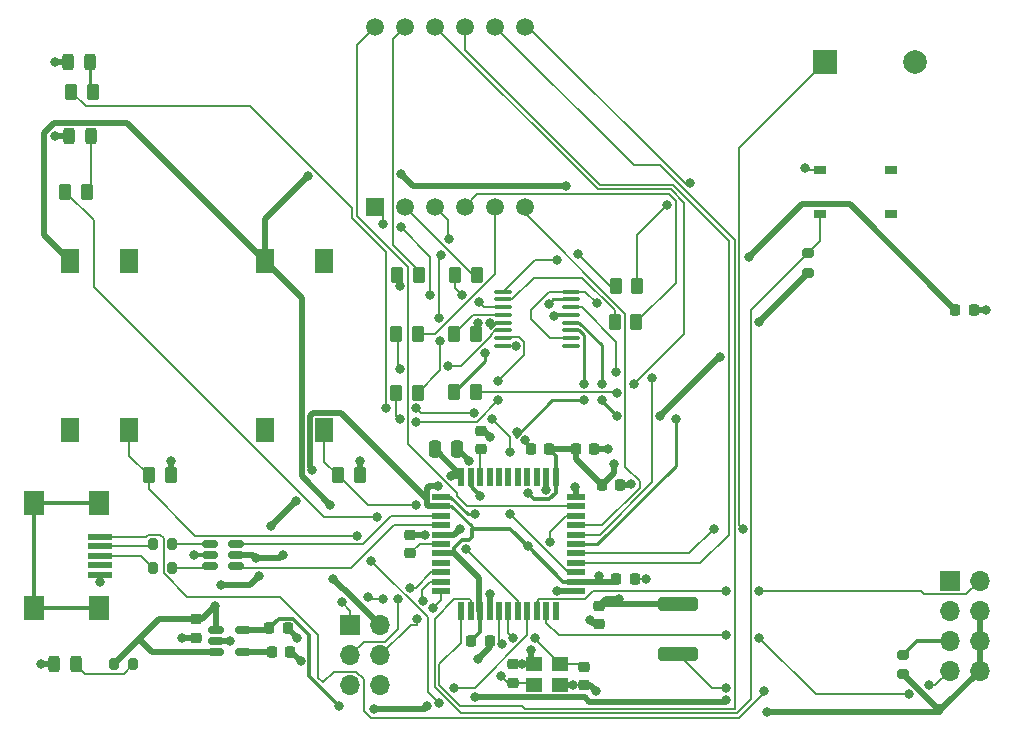
<source format=gbr>
%TF.GenerationSoftware,KiCad,Pcbnew,(7.0.0)*%
%TF.CreationDate,2023-04-24T10:23:05-06:00*%
%TF.ProjectId,Phase_B_Prototype,50686173-655f-4425-9f50-726f746f7479,rev?*%
%TF.SameCoordinates,Original*%
%TF.FileFunction,Copper,L1,Top*%
%TF.FilePolarity,Positive*%
%FSLAX46Y46*%
G04 Gerber Fmt 4.6, Leading zero omitted, Abs format (unit mm)*
G04 Created by KiCad (PCBNEW (7.0.0)) date 2023-04-24 10:23:05*
%MOMM*%
%LPD*%
G01*
G04 APERTURE LIST*
G04 Aperture macros list*
%AMRoundRect*
0 Rectangle with rounded corners*
0 $1 Rounding radius*
0 $2 $3 $4 $5 $6 $7 $8 $9 X,Y pos of 4 corners*
0 Add a 4 corners polygon primitive as box body*
4,1,4,$2,$3,$4,$5,$6,$7,$8,$9,$2,$3,0*
0 Add four circle primitives for the rounded corners*
1,1,$1+$1,$2,$3*
1,1,$1+$1,$4,$5*
1,1,$1+$1,$6,$7*
1,1,$1+$1,$8,$9*
0 Add four rect primitives between the rounded corners*
20,1,$1+$1,$2,$3,$4,$5,0*
20,1,$1+$1,$4,$5,$6,$7,0*
20,1,$1+$1,$6,$7,$8,$9,0*
20,1,$1+$1,$8,$9,$2,$3,0*%
G04 Aperture macros list end*
%TA.AperFunction,SMDPad,CuDef*%
%ADD10RoundRect,0.250000X-0.250000X-0.475000X0.250000X-0.475000X0.250000X0.475000X-0.250000X0.475000X0*%
%TD*%
%TA.AperFunction,SMDPad,CuDef*%
%ADD11RoundRect,0.243750X-0.243750X-0.456250X0.243750X-0.456250X0.243750X0.456250X-0.243750X0.456250X0*%
%TD*%
%TA.AperFunction,SMDPad,CuDef*%
%ADD12RoundRect,0.225000X-0.225000X-0.250000X0.225000X-0.250000X0.225000X0.250000X-0.225000X0.250000X0*%
%TD*%
%TA.AperFunction,SMDPad,CuDef*%
%ADD13RoundRect,0.250000X-0.262500X-0.450000X0.262500X-0.450000X0.262500X0.450000X-0.262500X0.450000X0*%
%TD*%
%TA.AperFunction,SMDPad,CuDef*%
%ADD14RoundRect,0.200000X-0.200000X-0.275000X0.200000X-0.275000X0.200000X0.275000X-0.200000X0.275000X0*%
%TD*%
%TA.AperFunction,SMDPad,CuDef*%
%ADD15R,1.400000X1.200000*%
%TD*%
%TA.AperFunction,SMDPad,CuDef*%
%ADD16RoundRect,0.250000X1.450000X-0.312500X1.450000X0.312500X-1.450000X0.312500X-1.450000X-0.312500X0*%
%TD*%
%TA.AperFunction,SMDPad,CuDef*%
%ADD17R,1.000000X0.700000*%
%TD*%
%TA.AperFunction,SMDPad,CuDef*%
%ADD18RoundRect,0.225000X0.250000X-0.225000X0.250000X0.225000X-0.250000X0.225000X-0.250000X-0.225000X0*%
%TD*%
%TA.AperFunction,SMDPad,CuDef*%
%ADD19RoundRect,0.150000X-0.512500X-0.150000X0.512500X-0.150000X0.512500X0.150000X-0.512500X0.150000X0*%
%TD*%
%TA.AperFunction,ComponentPad*%
%ADD20R,1.500000X1.500000*%
%TD*%
%TA.AperFunction,ComponentPad*%
%ADD21C,1.500000*%
%TD*%
%TA.AperFunction,SMDPad,CuDef*%
%ADD22RoundRect,0.225000X0.225000X0.250000X-0.225000X0.250000X-0.225000X-0.250000X0.225000X-0.250000X0*%
%TD*%
%TA.AperFunction,SMDPad,CuDef*%
%ADD23RoundRect,0.225000X-0.250000X0.225000X-0.250000X-0.225000X0.250000X-0.225000X0.250000X0.225000X0*%
%TD*%
%TA.AperFunction,SMDPad,CuDef*%
%ADD24RoundRect,0.200000X0.275000X-0.200000X0.275000X0.200000X-0.275000X0.200000X-0.275000X-0.200000X0*%
%TD*%
%TA.AperFunction,SMDPad,CuDef*%
%ADD25R,1.500000X0.550000*%
%TD*%
%TA.AperFunction,SMDPad,CuDef*%
%ADD26R,0.550000X1.500000*%
%TD*%
%TA.AperFunction,SMDPad,CuDef*%
%ADD27R,1.500000X2.000000*%
%TD*%
%TA.AperFunction,SMDPad,CuDef*%
%ADD28R,2.000000X0.500000*%
%TD*%
%TA.AperFunction,SMDPad,CuDef*%
%ADD29R,1.700000X2.000000*%
%TD*%
%TA.AperFunction,ComponentPad*%
%ADD30R,2.000000X2.000000*%
%TD*%
%TA.AperFunction,ComponentPad*%
%ADD31C,2.000000*%
%TD*%
%TA.AperFunction,SMDPad,CuDef*%
%ADD32RoundRect,0.100000X-0.637500X-0.100000X0.637500X-0.100000X0.637500X0.100000X-0.637500X0.100000X0*%
%TD*%
%TA.AperFunction,ComponentPad*%
%ADD33R,1.700000X1.700000*%
%TD*%
%TA.AperFunction,ComponentPad*%
%ADD34O,1.700000X1.700000*%
%TD*%
%TA.AperFunction,ViaPad*%
%ADD35C,0.800000*%
%TD*%
%TA.AperFunction,Conductor*%
%ADD36C,0.203200*%
%TD*%
%TA.AperFunction,Conductor*%
%ADD37C,0.508000*%
%TD*%
%TA.AperFunction,Conductor*%
%ADD38C,0.254000*%
%TD*%
%TA.AperFunction,Conductor*%
%ADD39C,0.304800*%
%TD*%
%TA.AperFunction,Conductor*%
%ADD40C,0.200000*%
%TD*%
G04 APERTURE END LIST*
D10*
%TO.P,C8,1*%
%TO.N,+5V*%
X217350000Y-103800000D03*
%TO.P,C8,2*%
%TO.N,GND*%
X219250000Y-103800000D03*
%TD*%
D11*
%TO.P,RED1,1,K*%
%TO.N,GND*%
X186375000Y-77300000D03*
%TO.P,RED1,2,A*%
%TO.N,Net-(RED1-A)*%
X188250000Y-77300000D03*
%TD*%
D12*
%TO.P,C6,1*%
%TO.N,+5V*%
X220450000Y-120000000D03*
%TO.P,C6,2*%
%TO.N,GND*%
X222000000Y-120000000D03*
%TD*%
D13*
%TO.P,R9,1*%
%TO.N,e*%
X219000000Y-94000000D03*
%TO.P,R9,2*%
%TO.N,Net-(U1-e)*%
X220825000Y-94000000D03*
%TD*%
D14*
%TO.P,R15,1*%
%TO.N,Net-(J1-D-)*%
X193475000Y-111800000D03*
%TO.P,R15,2*%
%TO.N,USB_CON_D-*%
X195125000Y-111800000D03*
%TD*%
D15*
%TO.P,Y1,1,1*%
%TO.N,XTAL1*%
X227999999Y-121999999D03*
%TO.P,Y1,2,2*%
%TO.N,GND*%
X225799999Y-121999999D03*
%TO.P,Y1,3,3*%
%TO.N,XTAL2*%
X225799999Y-123699999D03*
%TO.P,Y1,4,4*%
%TO.N,GND*%
X227999999Y-123699999D03*
%TD*%
D16*
%TO.P,F1,1*%
%TO.N,Net-(J1-VBUS)*%
X238000000Y-121137500D03*
%TO.P,F1,2*%
%TO.N,+5V*%
X238000000Y-116862500D03*
%TD*%
D13*
%TO.P,R4,1*%
%TO.N,GREEN_LED*%
X186587500Y-73500000D03*
%TO.P,R4,2*%
%TO.N,Net-(GREEN1-A)*%
X188412500Y-73500000D03*
%TD*%
D17*
%TO.P,S3,1*%
%TO.N,GND*%
X249999999Y-80149999D03*
%TO.P,S3,2*%
%TO.N,N/C*%
X255999999Y-80149999D03*
%TO.P,S3,3*%
%TO.N,RESET*%
X249999999Y-83849999D03*
%TO.P,S3,4*%
%TO.N,N/C*%
X255999999Y-83849999D03*
%TD*%
D18*
%TO.P,C9,1*%
%TO.N,/UCAP*%
X215300000Y-112575000D03*
%TO.P,C9,2*%
%TO.N,GND*%
X215300000Y-111025000D03*
%TD*%
D19*
%TO.P,U4,1,I/O1*%
%TO.N,USB_CON_D-*%
X198300000Y-111800000D03*
%TO.P,U4,2,GND*%
%TO.N,GND*%
X198300000Y-112750000D03*
%TO.P,U4,3,I/O2*%
%TO.N,USB_CON_D+*%
X198300000Y-113700000D03*
%TO.P,U4,4,I/O2*%
%TO.N,USB_D+*%
X200575000Y-113700000D03*
%TO.P,U4,5,VBUS*%
%TO.N,+5V*%
X200575000Y-112750000D03*
%TO.P,U4,6,I/O1*%
%TO.N,USB_D-*%
X200575000Y-111800000D03*
%TD*%
D13*
%TO.P,R1,1*%
%TO.N,Button_2*%
X209175000Y-106000000D03*
%TO.P,R1,2*%
%TO.N,GND*%
X211000000Y-106000000D03*
%TD*%
D18*
%TO.P,C12,1*%
%TO.N,/AREF*%
X221300000Y-103800000D03*
%TO.P,C12,2*%
%TO.N,GND*%
X221300000Y-102250000D03*
%TD*%
D20*
%TO.P,U1,1,e*%
%TO.N,Net-(U1-e)*%
X212299999Y-83239999D03*
D21*
%TO.P,U1,2,d*%
%TO.N,Net-(U1-d)*%
X214840000Y-83240000D03*
%TO.P,U1,3,DPX*%
%TO.N,Net-(U1-DPX)*%
X217380000Y-83240000D03*
%TO.P,U1,4,c*%
%TO.N,Net-(U1-c)*%
X219920000Y-83240000D03*
%TO.P,U1,5,g*%
%TO.N,Net-(U1-g)*%
X222460000Y-83240000D03*
%TO.P,U1,6,CA4*%
%TO.N,D4*%
X225000000Y-83240000D03*
%TO.P,U1,7,b*%
%TO.N,Net-(U1-b)*%
X225000000Y-68000000D03*
%TO.P,U1,8,CA3*%
%TO.N,D3*%
X222460000Y-68000000D03*
%TO.P,U1,9,CA2*%
%TO.N,D2*%
X219920000Y-68000000D03*
%TO.P,U1,10,f*%
%TO.N,Net-(U1-f)*%
X217380000Y-68000000D03*
%TO.P,U1,11,a*%
%TO.N,Net-(U1-a)*%
X214840000Y-68000000D03*
%TO.P,U1,12,CA1*%
%TO.N,D1*%
X212300000Y-68000000D03*
%TD*%
D12*
%TO.P,C4,1*%
%TO.N,+5V*%
X231525000Y-106800000D03*
%TO.P,C4,2*%
%TO.N,GND*%
X233075000Y-106800000D03*
%TD*%
D13*
%TO.P,R8,1*%
%TO.N,d*%
X219087500Y-89000000D03*
%TO.P,R8,2*%
%TO.N,Net-(U1-d)*%
X220912500Y-89000000D03*
%TD*%
D12*
%TO.P,C14,1*%
%TO.N,+3.3V*%
X203362500Y-118950000D03*
%TO.P,C14,2*%
%TO.N,GND*%
X204912500Y-118950000D03*
%TD*%
D22*
%TO.P,C7,1*%
%TO.N,+5V*%
X227075000Y-103800000D03*
%TO.P,C7,2*%
%TO.N,GND*%
X225525000Y-103800000D03*
%TD*%
D12*
%TO.P,C1,1*%
%TO.N,VDC*%
X261450000Y-92000000D03*
%TO.P,C1,2*%
%TO.N,GND*%
X263000000Y-92000000D03*
%TD*%
D23*
%TO.P,C10,1*%
%TO.N,+5V*%
X231300000Y-117025000D03*
%TO.P,C10,2*%
%TO.N,GND*%
X231300000Y-118575000D03*
%TD*%
D13*
%TO.P,R6,1*%
%TO.N,b*%
X232677500Y-90000000D03*
%TO.P,R6,2*%
%TO.N,Net-(U1-b)*%
X234502500Y-90000000D03*
%TD*%
%TO.P,R11,1*%
%TO.N,g*%
X214087500Y-94000000D03*
%TO.P,R11,2*%
%TO.N,Net-(U1-g)*%
X215912500Y-94000000D03*
%TD*%
D23*
%TO.P,C2,1*%
%TO.N,XTAL1*%
X230000000Y-122225000D03*
%TO.P,C2,2*%
%TO.N,GND*%
X230000000Y-123775000D03*
%TD*%
D14*
%TO.P,R14,1*%
%TO.N,Net-(J1-D+)*%
X193475000Y-113800000D03*
%TO.P,R14,2*%
%TO.N,USB_CON_D+*%
X195125000Y-113800000D03*
%TD*%
D24*
%TO.P,R17,1*%
%TO.N,+3.3V*%
X257000000Y-122825000D03*
%TO.P,R17,2*%
%TO.N,Net-(J3-Pin_5)*%
X257000000Y-121175000D03*
%TD*%
D25*
%TO.P,U3,1,PE6*%
%TO.N,SH_CP*%
X217899999Y-107799999D03*
%TO.P,U3,2,UVCC*%
%TO.N,+5V*%
X217899999Y-108599999D03*
%TO.P,U3,3,D-*%
%TO.N,USB_D-*%
X217899999Y-109399999D03*
%TO.P,U3,4,D+*%
%TO.N,USB_D+*%
X217899999Y-110199999D03*
%TO.P,U3,5,UGND*%
%TO.N,GND*%
X217899999Y-110999999D03*
%TO.P,U3,6,UCAP*%
%TO.N,/UCAP*%
X217899999Y-111799999D03*
%TO.P,U3,7,VBUS*%
%TO.N,+5V*%
X217899999Y-112599999D03*
%TO.P,U3,8,PB0*%
%TO.N,unconnected-(U3-PB0-Pad8)*%
X217899999Y-113399999D03*
%TO.P,U3,9,PB1*%
%TO.N,SCK*%
X217899999Y-114199999D03*
%TO.P,U3,10,PB2*%
%TO.N,MISO*%
X217899999Y-114999999D03*
%TO.P,U3,11,PB3*%
%TO.N,MOSI*%
X217899999Y-115799999D03*
D26*
%TO.P,U3,12,PB7*%
%TO.N,D3*%
X219599999Y-117499999D03*
%TO.P,U3,13,~{RESET}*%
%TO.N,RESET*%
X220399999Y-117499999D03*
%TO.P,U3,14,VCC*%
%TO.N,+5V*%
X221199999Y-117499999D03*
%TO.P,U3,15,GND*%
%TO.N,GND*%
X221999999Y-117499999D03*
%TO.P,U3,16,XTAL2*%
%TO.N,XTAL2*%
X222799999Y-117499999D03*
%TO.P,U3,17,XTAL1*%
%TO.N,XTAL1*%
X223599999Y-117499999D03*
%TO.P,U3,18,PD0*%
%TO.N,Button_2*%
X224399999Y-117499999D03*
%TO.P,U3,19,PD1*%
%TO.N,Button_1*%
X225199999Y-117499999D03*
%TO.P,U3,20,PD2*%
%TO.N,TX*%
X225999999Y-117499999D03*
%TO.P,U3,21,PD3*%
%TO.N,RX*%
X226799999Y-117499999D03*
%TO.P,U3,22,PD5*%
%TO.N,unconnected-(U3-PD5-Pad22)*%
X227599999Y-117499999D03*
D25*
%TO.P,U3,23,GND*%
%TO.N,GND*%
X229299999Y-115799999D03*
%TO.P,U3,24,AVCC*%
%TO.N,+5V*%
X229299999Y-114999999D03*
%TO.P,U3,25,PD4*%
%TO.N,GREEN_LED*%
X229299999Y-114199999D03*
%TO.P,U3,26,PD6*%
%TO.N,D2*%
X229299999Y-113399999D03*
%TO.P,U3,27,PD7*%
%TO.N,Alarm*%
X229299999Y-112599999D03*
%TO.P,U3,28,PB4*%
%TO.N,ST_CP*%
X229299999Y-111799999D03*
%TO.P,U3,29,PB5*%
%TO.N,DS*%
X229299999Y-110999999D03*
%TO.P,U3,30,PB6*%
%TO.N,D4*%
X229299999Y-110199999D03*
%TO.P,U3,31,PC6*%
%TO.N,RED_LED*%
X229299999Y-109399999D03*
%TO.P,U3,32,PC7*%
%TO.N,D1*%
X229299999Y-108599999D03*
%TO.P,U3,33,~{HWB}/PE2*%
%TO.N,GND*%
X229299999Y-107799999D03*
D26*
%TO.P,U3,34,VCC*%
%TO.N,+5V*%
X227599999Y-106099999D03*
%TO.P,U3,35,GND*%
%TO.N,GND*%
X226799999Y-106099999D03*
%TO.P,U3,36,PF7*%
%TO.N,unconnected-(U3-PF7-Pad36)*%
X225999999Y-106099999D03*
%TO.P,U3,37,PF6*%
%TO.N,unconnected-(U3-PF6-Pad37)*%
X225199999Y-106099999D03*
%TO.P,U3,38,PF5*%
%TO.N,unconnected-(U3-PF5-Pad38)*%
X224399999Y-106099999D03*
%TO.P,U3,39,PF4*%
%TO.N,unconnected-(U3-PF4-Pad39)*%
X223599999Y-106099999D03*
%TO.P,U3,40,PF1*%
%TO.N,unconnected-(U3-PF1-Pad40)*%
X222799999Y-106099999D03*
%TO.P,U3,41,PF0*%
%TO.N,unconnected-(U3-PF0-Pad41)*%
X221999999Y-106099999D03*
%TO.P,U3,42,AREF*%
%TO.N,/AREF*%
X221199999Y-106099999D03*
%TO.P,U3,43,GND*%
%TO.N,GND*%
X220399999Y-106099999D03*
%TO.P,U3,44,AVCC*%
%TO.N,+5V*%
X219599999Y-106099999D03*
%TD*%
D13*
%TO.P,R10,1*%
%TO.N,f*%
X219000000Y-98950000D03*
%TO.P,R10,2*%
%TO.N,Net-(U1-f)*%
X220825000Y-98950000D03*
%TD*%
%TO.P,R12,1*%
%TO.N,dp*%
X214087500Y-99000000D03*
%TO.P,R12,2*%
%TO.N,Net-(U1-DPX)*%
X215912500Y-99000000D03*
%TD*%
D11*
%TO.P,RED2,1,K*%
%TO.N,GND*%
X185125000Y-122000000D03*
%TO.P,RED2,2,A*%
%TO.N,Net-(RED2-A)*%
X187000000Y-122000000D03*
%TD*%
D13*
%TO.P,R5,1*%
%TO.N,a*%
X214175000Y-89000000D03*
%TO.P,R5,2*%
%TO.N,Net-(U1-a)*%
X216000000Y-89000000D03*
%TD*%
D23*
%TO.P,C13,1*%
%TO.N,+5V*%
X197137500Y-118175000D03*
%TO.P,C13,2*%
%TO.N,GND*%
X197137500Y-119725000D03*
%TD*%
D14*
%TO.P,R16,1*%
%TO.N,+5V*%
X190175000Y-122000000D03*
%TO.P,R16,2*%
%TO.N,Net-(RED2-A)*%
X191825000Y-122000000D03*
%TD*%
D12*
%TO.P,C11,1*%
%TO.N,+5V*%
X232750000Y-114800000D03*
%TO.P,C11,2*%
%TO.N,GND*%
X234300000Y-114800000D03*
%TD*%
D13*
%TO.P,R7,1*%
%TO.N,c*%
X232590000Y-93000000D03*
%TO.P,R7,2*%
%TO.N,Net-(U1-c)*%
X234415000Y-93000000D03*
%TD*%
D27*
%TO.P,S2,A1,NO_1*%
%TO.N,unconnected-(S2-NO_1-PadA1)*%
X207999999Y-87849999D03*
%TO.P,S2,B1,NO_2*%
%TO.N,Button_2*%
X207999999Y-102149999D03*
%TO.P,S2,C1,COM_1*%
%TO.N,VDC*%
X202999999Y-87849999D03*
%TO.P,S2,D1,COM_2*%
%TO.N,unconnected-(S2-COM_2-PadD1)*%
X202999999Y-102149999D03*
%TD*%
D13*
%TO.P,R2,1*%
%TO.N,Button_1*%
X193175000Y-106000000D03*
%TO.P,R2,2*%
%TO.N,GND*%
X195000000Y-106000000D03*
%TD*%
D18*
%TO.P,C3,1*%
%TO.N,XTAL2*%
X224000000Y-123550000D03*
%TO.P,C3,2*%
%TO.N,GND*%
X224000000Y-122000000D03*
%TD*%
D11*
%TO.P,GREEN1,1,K*%
%TO.N,GND*%
X186312500Y-71000000D03*
%TO.P,GREEN1,2,A*%
%TO.N,Net-(GREEN1-A)*%
X188187500Y-71000000D03*
%TD*%
D19*
%TO.P,U5,1,VIN*%
%TO.N,+5V*%
X198862500Y-119050000D03*
%TO.P,U5,2,GND*%
%TO.N,GND*%
X198862500Y-120000000D03*
%TO.P,U5,3,ON/~{OFF}*%
%TO.N,+5V*%
X198862500Y-120950000D03*
%TO.P,U5,4,BP*%
%TO.N,Net-(U5-BP)*%
X201137500Y-120950000D03*
%TO.P,U5,5,VOUT*%
%TO.N,+3.3V*%
X201137500Y-119050000D03*
%TD*%
D12*
%TO.P,C15,1*%
%TO.N,Net-(U5-BP)*%
X203587500Y-120950000D03*
%TO.P,C15,2*%
%TO.N,GND*%
X205137500Y-120950000D03*
%TD*%
D28*
%TO.P,J1,1,VBUS*%
%TO.N,Net-(J1-VBUS)*%
X188999999Y-111199999D03*
%TO.P,J1,2,D-*%
%TO.N,Net-(J1-D-)*%
X188999999Y-111999999D03*
%TO.P,J1,3,D+*%
%TO.N,Net-(J1-D+)*%
X188999999Y-112799999D03*
%TO.P,J1,4,ID*%
%TO.N,unconnected-(J1-ID-Pad4)*%
X188999999Y-113599999D03*
%TO.P,J1,5,GND*%
%TO.N,GND*%
X188999999Y-114399999D03*
D29*
%TO.P,J1,6,Shield*%
%TO.N,unconnected-(J1-Shield-Pad6)*%
X188899999Y-108349999D03*
X183449999Y-108349999D03*
X188899999Y-117249999D03*
X183449999Y-117249999D03*
%TD*%
D13*
%TO.P,R3,1*%
%TO.N,RED_LED*%
X186087500Y-82000000D03*
%TO.P,R3,2*%
%TO.N,Net-(RED1-A)*%
X187912500Y-82000000D03*
%TD*%
D24*
%TO.P,R13,1*%
%TO.N,+5V*%
X249000000Y-88825000D03*
%TO.P,R13,2*%
%TO.N,RESET*%
X249000000Y-87175000D03*
%TD*%
D30*
%TO.P,LS1,1,1*%
%TO.N,Alarm*%
X250399999Y-70999999D03*
D31*
%TO.P,LS1,2,2*%
%TO.N,GND*%
X258000000Y-71000000D03*
%TD*%
D12*
%TO.P,C5,1*%
%TO.N,+5V*%
X229300000Y-103800000D03*
%TO.P,C5,2*%
%TO.N,GND*%
X230850000Y-103800000D03*
%TD*%
D27*
%TO.P,S1,A1,NO_1*%
%TO.N,unconnected-(S1-NO_1-PadA1)*%
X191499999Y-87849999D03*
%TO.P,S1,B1,NO_2*%
%TO.N,Button_1*%
X191499999Y-102149999D03*
%TO.P,S1,C1,COM_1*%
%TO.N,VDC*%
X186499999Y-87849999D03*
%TO.P,S1,D1,COM_2*%
%TO.N,unconnected-(S1-COM_2-PadD1)*%
X186499999Y-102149999D03*
%TD*%
D32*
%TO.P,U2,1,QB*%
%TO.N,b*%
X223137500Y-90450000D03*
%TO.P,U2,2,QC*%
%TO.N,c*%
X223137500Y-91100000D03*
%TO.P,U2,3,QD*%
%TO.N,d*%
X223137500Y-91750000D03*
%TO.P,U2,4,QE*%
%TO.N,e*%
X223137500Y-92400000D03*
%TO.P,U2,5,QF*%
%TO.N,f*%
X223137500Y-93050000D03*
%TO.P,U2,6,QG*%
%TO.N,g*%
X223137500Y-93700000D03*
%TO.P,U2,7,QH*%
%TO.N,dp*%
X223137500Y-94350000D03*
%TO.P,U2,8,GND*%
%TO.N,GND*%
X223137500Y-95000000D03*
%TO.P,U2,9,QH'*%
%TO.N,unconnected-(U2-QH'-Pad9)*%
X228862500Y-95000000D03*
%TO.P,U2,10,~{SRCLR}*%
%TO.N,VDC*%
X228862500Y-94350000D03*
%TO.P,U2,11,SRCLK*%
%TO.N,SH_CP*%
X228862500Y-93700000D03*
%TO.P,U2,12,RCLK*%
%TO.N,ST_CP*%
X228862500Y-93050000D03*
%TO.P,U2,13,~{OE}*%
%TO.N,GND*%
X228862500Y-92400000D03*
%TO.P,U2,14,SER*%
%TO.N,DS*%
X228862500Y-91750000D03*
%TO.P,U2,15,QA*%
%TO.N,a*%
X228862500Y-91100000D03*
%TO.P,U2,16,VCC*%
%TO.N,VDC*%
X228862500Y-90450000D03*
%TD*%
D33*
%TO.P,J3,1,Pin_1*%
%TO.N,GND*%
X260959999Y-114919999D03*
D34*
%TO.P,J3,2,Pin_2*%
%TO.N,TX*%
X263499999Y-114919999D03*
%TO.P,J3,3,Pin_3*%
%TO.N,unconnected-(J3-Pin_3-Pad3)*%
X260959999Y-117459999D03*
%TO.P,J3,4,Pin_4*%
%TO.N,+3.3V*%
X263499999Y-117459999D03*
%TO.P,J3,5,Pin_5*%
%TO.N,Net-(J3-Pin_5)*%
X260959999Y-119999999D03*
%TO.P,J3,6,Pin_6*%
%TO.N,+3.3V*%
X263499999Y-119999999D03*
%TO.P,J3,7,Pin_7*%
%TO.N,RX*%
X260959999Y-122539999D03*
%TO.P,J3,8,Pin_8*%
%TO.N,+3.3V*%
X263499999Y-122539999D03*
%TD*%
D33*
%TO.P,J2,1,MISO*%
%TO.N,MISO*%
X210209999Y-118669999D03*
D34*
%TO.P,J2,2,VCC*%
%TO.N,VDC*%
X212749999Y-118669999D03*
%TO.P,J2,3,SCK*%
%TO.N,SCK*%
X210209999Y-121209999D03*
%TO.P,J2,4,MOSI*%
%TO.N,MOSI*%
X212749999Y-121209999D03*
%TO.P,J2,5,~{RST}*%
%TO.N,RST*%
X210209999Y-123749999D03*
%TO.P,J2,6,GND*%
%TO.N,GND*%
X212749999Y-123749999D03*
%TD*%
D35*
%TO.N,Button_2*%
X220000000Y-112250000D03*
X215750000Y-108500000D03*
%TO.N,VDC*%
X231061602Y-91438398D03*
X228500000Y-81487300D03*
X231061602Y-91438398D03*
X214500000Y-80500000D03*
X244000000Y-87500000D03*
X208500000Y-108500000D03*
X206629247Y-80620753D03*
X208750000Y-114750000D03*
%TO.N,XTAL1*%
X224000000Y-119750000D03*
X225858890Y-119789596D03*
%TO.N,GND*%
X184000000Y-122000000D03*
X205731250Y-119768750D03*
X229250000Y-107000000D03*
X230500000Y-118250000D03*
X224750000Y-122000000D03*
X234000000Y-106750000D03*
X227750000Y-115747300D03*
X231000000Y-124250000D03*
X211000000Y-104750000D03*
X185250000Y-71000000D03*
X229059701Y-123750000D03*
X197000000Y-112750000D03*
X224250000Y-95000000D03*
X225000000Y-103000000D03*
X222000000Y-116000000D03*
X248750000Y-80000000D03*
X189000000Y-115000000D03*
X221221800Y-107750000D03*
X195000000Y-104750000D03*
X206000000Y-121750000D03*
X216500000Y-111000000D03*
X226750000Y-107250000D03*
X219500000Y-110500000D03*
X185250000Y-77250000D03*
X225500000Y-120750000D03*
X232000000Y-103750000D03*
X235250000Y-114750000D03*
X221000000Y-121500000D03*
X196000000Y-119750000D03*
X200000000Y-120000000D03*
X220250000Y-104750000D03*
X264000000Y-92000000D03*
X227500000Y-92500000D03*
X222000000Y-102750000D03*
%TO.N,XTAL2*%
X223049500Y-120250000D03*
X223000000Y-123000000D03*
%TO.N,+5V*%
X199250000Y-115250000D03*
X198750000Y-117059500D03*
X218745753Y-106004247D03*
X203500000Y-110250000D03*
X225250000Y-112000000D03*
X233000000Y-116451100D03*
X202250000Y-113000000D03*
X205625000Y-108125000D03*
X244853800Y-93000000D03*
X241548900Y-96000000D03*
X225250000Y-107500000D03*
X202500000Y-114500000D03*
X231250000Y-114500000D03*
X204500000Y-112750000D03*
X207000000Y-105500000D03*
X236451100Y-101000000D03*
X217629247Y-106870753D03*
X232500000Y-105000000D03*
%TO.N,+3.3V*%
X216744252Y-125501300D03*
X212250000Y-125750000D03*
X220750000Y-124798900D03*
X209250000Y-125500000D03*
X242000000Y-125048900D03*
X245500000Y-126000000D03*
%TO.N,MISO*%
X213000000Y-116500000D03*
X216370753Y-116629247D03*
X211750000Y-116250000D03*
X209500000Y-116750000D03*
%TO.N,SCK*%
X215250000Y-115500000D03*
X214254247Y-116495753D03*
%TO.N,MOSI*%
X215879247Y-118120753D03*
X217240147Y-117240147D03*
%TO.N,TX*%
X244853800Y-115750000D03*
X242048900Y-115750000D03*
%TO.N,RX*%
X259250000Y-123750000D03*
X244853800Y-119750000D03*
X242000000Y-119500000D03*
X257483984Y-124516016D03*
%TO.N,Alarm*%
X243451100Y-110500000D03*
X241000000Y-110500000D03*
%TO.N,RED_LED*%
X227095203Y-111654797D03*
X212500000Y-109500000D03*
%TO.N,Button_1*%
X212000000Y-113250000D03*
X210750000Y-111100500D03*
X217719142Y-125280858D03*
X219000000Y-124000000D03*
%TO.N,GREEN_LED*%
X220704797Y-100704797D03*
X223750000Y-109301100D03*
X222250000Y-101250000D03*
X215799500Y-100299500D03*
X223750000Y-104000000D03*
X213250000Y-100250000D03*
%TO.N,a*%
X227000000Y-91500000D03*
X214397300Y-90000000D03*
%TO.N,b*%
X229463213Y-87286787D03*
X227750000Y-87750000D03*
%TO.N,Net-(U1-b)*%
X238976068Y-81273932D03*
X237048900Y-83120753D03*
%TO.N,d*%
X219706787Y-90706787D03*
X221073293Y-91323293D03*
%TO.N,Net-(U1-e)*%
X221000000Y-93101100D03*
X217000000Y-90750000D03*
X213000000Y-84750000D03*
X214489500Y-85000000D03*
%TO.N,f*%
X221999449Y-93111380D03*
X221654543Y-95654543D03*
%TO.N,Net-(U1-f)*%
X234250000Y-98250000D03*
X232798900Y-99000000D03*
%TO.N,g*%
X214397300Y-97000000D03*
X218504290Y-96750000D03*
%TO.N,dp*%
X215799500Y-101500000D03*
X214397300Y-101250000D03*
X222750000Y-99651100D03*
X222750000Y-98000000D03*
%TO.N,Net-(U1-DPX)*%
X217803190Y-94577105D03*
X218545753Y-85954247D03*
X217929247Y-87320753D03*
X217706787Y-92706787D03*
%TO.N,SH_CP*%
X220750000Y-109301100D03*
X230000000Y-99651100D03*
X230000000Y-98248900D03*
X224287133Y-102299411D03*
%TO.N,ST_CP*%
X231500000Y-98248900D03*
X231500000Y-99651100D03*
X237750000Y-101250000D03*
X232798900Y-101000000D03*
%TO.N,DS*%
X235750000Y-97750000D03*
X232750000Y-97250000D03*
%TO.N,Net-(J1-VBUS)*%
X245250000Y-124250000D03*
X242000000Y-124000000D03*
%TD*%
D36*
%TO.N,Button_2*%
X215750000Y-108500000D02*
X211675000Y-108500000D01*
X220000000Y-112250000D02*
X224400000Y-116650000D01*
X224400000Y-116650000D02*
X224400000Y-117500000D01*
X211675000Y-108500000D02*
X209175000Y-106000000D01*
X208000000Y-104825000D02*
X208000000Y-102150000D01*
X209175000Y-106000000D02*
X208000000Y-104825000D01*
D37*
%TO.N,VDC*%
X184250000Y-77042261D02*
X184250000Y-85600000D01*
X215487300Y-81487300D02*
X214500000Y-80500000D01*
X206629247Y-80620753D02*
X203000000Y-84250000D01*
X185146261Y-76146000D02*
X184250000Y-77042261D01*
X228500000Y-81487300D02*
X215487300Y-81487300D01*
X261450000Y-92000000D02*
X252496000Y-83046000D01*
D36*
X225500000Y-92750000D02*
X227100000Y-94350000D01*
D37*
X203000000Y-87850000D02*
X206088000Y-90938000D01*
X209677500Y-115597500D02*
X212750000Y-118670000D01*
X191296000Y-76146000D02*
X185146261Y-76146000D01*
X203000000Y-84250000D02*
X203000000Y-87850000D01*
D36*
X231061602Y-91438398D02*
X230073204Y-90450000D01*
X227100000Y-94350000D02*
X228862500Y-94350000D01*
D37*
X206088000Y-106088000D02*
X208500000Y-108500000D01*
X206088000Y-90938000D02*
X206088000Y-106088000D01*
X209597500Y-115597500D02*
X209677500Y-115597500D01*
D36*
X225500000Y-92000000D02*
X225500000Y-92750000D01*
X228862500Y-90450000D02*
X227050000Y-90450000D01*
D37*
X184250000Y-85600000D02*
X186500000Y-87850000D01*
D36*
X227050000Y-90450000D02*
X225500000Y-92000000D01*
D37*
X248454000Y-83046000D02*
X244000000Y-87500000D01*
X203000000Y-87850000D02*
X191296000Y-76146000D01*
X252496000Y-83046000D02*
X248454000Y-83046000D01*
D36*
X230073204Y-90450000D02*
X228862500Y-90450000D01*
D37*
X209597500Y-115597500D02*
X208750000Y-114750000D01*
D38*
X202825000Y-84425000D02*
X206629247Y-80620753D01*
D36*
%TO.N,XTAL1*%
X228000000Y-122000000D02*
X229775000Y-122000000D01*
X225858890Y-119789596D02*
X225858890Y-119858890D01*
X223600000Y-119350000D02*
X223600000Y-117500000D01*
X229775000Y-122000000D02*
X230000000Y-122225000D01*
X224000000Y-119750000D02*
X223600000Y-119350000D01*
X225858890Y-119858890D02*
X228000000Y-122000000D01*
%TO.N,GND*%
X225525000Y-103800000D02*
X225525000Y-103525000D01*
D37*
X221300000Y-102250000D02*
X221500000Y-102250000D01*
X185300000Y-77300000D02*
X185250000Y-77250000D01*
D39*
X220400000Y-106100000D02*
X220400000Y-106928200D01*
D37*
X219000000Y-111000000D02*
X219500000Y-110500000D01*
X211000000Y-106000000D02*
X211000000Y-104750000D01*
X231300000Y-118575000D02*
X230825000Y-118575000D01*
X229300000Y-107050000D02*
X229250000Y-107000000D01*
X219250000Y-103800000D02*
X219300000Y-103800000D01*
X198862500Y-120000000D02*
X200000000Y-120000000D01*
X195000000Y-106000000D02*
X195000000Y-104750000D01*
X227802700Y-115800000D02*
X227750000Y-115747300D01*
X216475000Y-111025000D02*
X216500000Y-111000000D01*
X219300000Y-103800000D02*
X220250000Y-104750000D01*
X224750000Y-122000000D02*
X224000000Y-122000000D01*
X230825000Y-118575000D02*
X230500000Y-118250000D01*
D36*
X186125000Y-71000000D02*
X185250000Y-71000000D01*
D37*
X230850000Y-103800000D02*
X231950000Y-103800000D01*
D36*
X248900000Y-80150000D02*
X248750000Y-80000000D01*
D37*
X233950000Y-106800000D02*
X234000000Y-106750000D01*
X196025000Y-119725000D02*
X196000000Y-119750000D01*
X185125000Y-122000000D02*
X184000000Y-122000000D01*
D39*
X220400000Y-106928200D02*
X221221800Y-107750000D01*
D36*
X235200000Y-114800000D02*
X235250000Y-114750000D01*
D37*
X263000000Y-92000000D02*
X264000000Y-92000000D01*
D39*
X228862500Y-92400000D02*
X227600000Y-92400000D01*
D37*
X222000000Y-120500000D02*
X221000000Y-121500000D01*
X186375000Y-77300000D02*
X185300000Y-77300000D01*
X229009701Y-123700000D02*
X229059701Y-123750000D01*
X230000000Y-123775000D02*
X230525000Y-123775000D01*
X205137500Y-120950000D02*
X205200000Y-120950000D01*
X229300000Y-107800000D02*
X229300000Y-107050000D01*
D36*
X225800000Y-122000000D02*
X224750000Y-122000000D01*
D39*
X198300000Y-112750000D02*
X197000000Y-112750000D01*
D37*
X189000000Y-114400000D02*
X189000000Y-115000000D01*
X222000000Y-116367000D02*
X222000000Y-116000000D01*
X204912500Y-118950000D02*
X205731250Y-119768750D01*
X230525000Y-123775000D02*
X231000000Y-124250000D01*
X225500000Y-121700000D02*
X225800000Y-122000000D01*
X225500000Y-120750000D02*
X225500000Y-121700000D01*
X215300000Y-111025000D02*
X216475000Y-111025000D01*
D39*
X227600000Y-92400000D02*
X227500000Y-92500000D01*
D37*
X226800000Y-106100000D02*
X226800000Y-107200000D01*
X229300000Y-115800000D02*
X227802700Y-115800000D01*
X228000000Y-123700000D02*
X229009701Y-123700000D01*
X205200000Y-120950000D02*
X206000000Y-121750000D01*
X222000000Y-117500000D02*
X222000000Y-116367000D01*
D36*
X250000000Y-80150000D02*
X248900000Y-80150000D01*
D37*
X197137500Y-119725000D02*
X196025000Y-119725000D01*
X217900000Y-111000000D02*
X219000000Y-111000000D01*
X186312500Y-71000000D02*
X185250000Y-71000000D01*
X233075000Y-106800000D02*
X233950000Y-106800000D01*
X221500000Y-102250000D02*
X222000000Y-102750000D01*
X222000000Y-120000000D02*
X222000000Y-120500000D01*
X231950000Y-103800000D02*
X232000000Y-103750000D01*
D36*
X225525000Y-103525000D02*
X225000000Y-103000000D01*
D37*
X226800000Y-107200000D02*
X226750000Y-107250000D01*
D36*
X234300000Y-114800000D02*
X235200000Y-114800000D01*
%TO.N,XTAL2*%
X223049500Y-120250000D02*
X222800000Y-120000500D01*
X224000000Y-123550000D02*
X223550000Y-123550000D01*
X225650000Y-123550000D02*
X225800000Y-123700000D01*
X223550000Y-123550000D02*
X223000000Y-123000000D01*
X224000000Y-123550000D02*
X225650000Y-123550000D01*
X222800000Y-120000500D02*
X222800000Y-117500000D01*
D37*
%TO.N,+5V*%
X197137500Y-118175000D02*
X197634500Y-118175000D01*
D39*
X220500000Y-110500000D02*
X220500000Y-111250000D01*
D37*
X206796000Y-105296000D02*
X206796000Y-100954000D01*
D39*
X223750000Y-110500000D02*
X225250000Y-112000000D01*
D38*
X231250000Y-115000000D02*
X231250000Y-114500000D01*
D37*
X216696000Y-108000000D02*
X216696000Y-108529000D01*
X204250000Y-113000000D02*
X204500000Y-112750000D01*
D39*
X227600000Y-104325000D02*
X227600000Y-106100000D01*
D37*
X231873900Y-116451100D02*
X231462500Y-116862500D01*
D38*
X229300000Y-115000000D02*
X231000000Y-115000000D01*
D37*
X217900000Y-112600000D02*
X219033000Y-112600000D01*
X229300000Y-104575000D02*
X231525000Y-106800000D01*
X229300000Y-103800000D02*
X227075000Y-103800000D01*
D38*
X231250000Y-115000000D02*
X232550000Y-115000000D01*
X220500000Y-110500000D02*
X220500000Y-110321000D01*
D39*
X225250000Y-112000000D02*
X228250000Y-115000000D01*
D38*
X233000000Y-116451100D02*
X233000000Y-116612500D01*
D37*
X206796000Y-100954000D02*
X207054000Y-100696000D01*
D39*
X220252400Y-111497600D02*
X219688345Y-111497600D01*
D37*
X238000000Y-116862500D02*
X231462500Y-116862500D01*
X209392000Y-100696000D02*
X216696000Y-108000000D01*
D36*
X216848400Y-108376600D02*
X217071800Y-108600000D01*
D37*
X219600000Y-106050000D02*
X217350000Y-103800000D01*
D39*
X217900000Y-112600000D02*
X218954800Y-112600000D01*
D38*
X220500000Y-110321000D02*
X218779000Y-108600000D01*
X231250000Y-114500000D02*
X231000000Y-114750000D01*
D39*
X220500000Y-110500000D02*
X223750000Y-110500000D01*
D37*
X201750000Y-115250000D02*
X202500000Y-114500000D01*
D39*
X227061655Y-108002400D02*
X227600000Y-107464055D01*
D37*
X221146000Y-117446000D02*
X221200000Y-117500000D01*
D36*
X217071800Y-108600000D02*
X217900000Y-108600000D01*
D39*
X219002400Y-112183545D02*
X219002400Y-112552400D01*
D37*
X192337500Y-119837500D02*
X190175000Y-122000000D01*
X241451100Y-96000000D02*
X241548900Y-96000000D01*
X219033000Y-112600000D02*
X221146000Y-114713000D01*
X232500000Y-105825000D02*
X231525000Y-106800000D01*
X202250000Y-113000000D02*
X202000000Y-112750000D01*
X233000000Y-116451100D02*
X231873900Y-116451100D01*
X198862500Y-117172000D02*
X198750000Y-117059500D01*
D38*
X218779000Y-108600000D02*
X217900000Y-108600000D01*
X231000000Y-115000000D02*
X231250000Y-115000000D01*
D37*
X207000000Y-105500000D02*
X206796000Y-105296000D01*
D39*
X225250000Y-107500000D02*
X225752400Y-108002400D01*
D38*
X231000000Y-114750000D02*
X231000000Y-115000000D01*
D37*
X229300000Y-103800000D02*
X229300000Y-104575000D01*
X218745753Y-106004247D02*
X219504247Y-106004247D01*
X231462500Y-116862500D02*
X231300000Y-117025000D01*
D39*
X220500000Y-111250000D02*
X220252400Y-111497600D01*
D37*
X221146000Y-114713000D02*
X221146000Y-117446000D01*
X198862500Y-119050000D02*
X198862500Y-117172000D01*
X219600000Y-106100000D02*
X219600000Y-106050000D01*
D39*
X228250000Y-115000000D02*
X229300000Y-115000000D01*
D37*
X202250000Y-113000000D02*
X204250000Y-113000000D01*
X197634500Y-118175000D02*
X198750000Y-117059500D01*
X232550000Y-115000000D02*
X229300000Y-115000000D01*
X232500000Y-105000000D02*
X232500000Y-105825000D01*
D36*
X206750000Y-105250000D02*
X207000000Y-105500000D01*
D37*
X202000000Y-112750000D02*
X200575000Y-112750000D01*
X216696000Y-108000000D02*
X216696000Y-107071000D01*
D39*
X221200000Y-119250000D02*
X221200000Y-117500000D01*
D36*
X217629247Y-106870753D02*
X217201047Y-106870753D01*
X217201047Y-106870753D02*
X216848400Y-107223400D01*
D37*
X232750000Y-114800000D02*
X232550000Y-115000000D01*
D39*
X225752400Y-108002400D02*
X227061655Y-108002400D01*
D37*
X197137500Y-118175000D02*
X194000000Y-118175000D01*
X249000000Y-88825000D02*
X244853800Y-92971200D01*
D36*
X227600000Y-107392213D02*
X227600000Y-106100000D01*
D39*
X220450000Y-120000000D02*
X221200000Y-119250000D01*
D37*
X207054000Y-100696000D02*
X209392000Y-100696000D01*
X216696000Y-108529000D02*
X216767000Y-108600000D01*
D39*
X227600000Y-107464055D02*
X227600000Y-106100000D01*
D36*
X216848400Y-107223400D02*
X216848400Y-108376600D01*
D37*
X199250000Y-115250000D02*
X201750000Y-115250000D01*
X216896247Y-106870753D02*
X217629247Y-106870753D01*
D39*
X227075000Y-103800000D02*
X227600000Y-104325000D01*
D37*
X219504247Y-106004247D02*
X219600000Y-106100000D01*
X244853800Y-92971200D02*
X244853800Y-93000000D01*
D36*
X226992213Y-108000000D02*
X227600000Y-107392213D01*
D37*
X236451100Y-101000000D02*
X241451100Y-96000000D01*
X203500000Y-110250000D02*
X205625000Y-108125000D01*
X194000000Y-118175000D02*
X192337500Y-119837500D01*
X198862500Y-120950000D02*
X193450000Y-120950000D01*
X193450000Y-120950000D02*
X192337500Y-119837500D01*
X216767000Y-108600000D02*
X217900000Y-108600000D01*
X216696000Y-107071000D02*
X216896247Y-106870753D01*
D39*
X219688345Y-111497600D02*
X219002400Y-112183545D01*
%TO.N,+3.3V*%
X260168609Y-125993609D02*
X260168609Y-126000000D01*
D37*
X203262500Y-119050000D02*
X203362500Y-118950000D01*
D39*
X206752400Y-119498333D02*
X205376667Y-118122600D01*
X257000000Y-122825000D02*
X260168609Y-125993609D01*
D37*
X263500000Y-117460000D02*
X263500000Y-120000000D01*
D39*
X260168609Y-125871391D02*
X260168609Y-125993609D01*
D37*
X241854500Y-125194400D02*
X242000000Y-125048900D01*
D39*
X205376667Y-118122600D02*
X204189900Y-118122600D01*
D37*
X263500000Y-120000000D02*
X263500000Y-122540000D01*
X259820000Y-125645000D02*
X260395000Y-125645000D01*
X230444400Y-125194400D02*
X241854500Y-125194400D01*
D39*
X209250000Y-125500000D02*
X206752400Y-123002400D01*
D37*
X216495552Y-125750000D02*
X216744252Y-125501300D01*
X201137500Y-119050000D02*
X203262500Y-119050000D01*
X230048900Y-124798900D02*
X230444400Y-125194400D01*
X212250000Y-125750000D02*
X216495552Y-125750000D01*
D39*
X204189900Y-118122600D02*
X203362500Y-118950000D01*
X206752400Y-123002400D02*
X206752400Y-119498333D01*
D37*
X260168609Y-126000000D02*
X260168609Y-125871391D01*
X260168609Y-126000000D02*
X245500000Y-126000000D01*
X260395000Y-125645000D02*
X263500000Y-122540000D01*
X257000000Y-122825000D02*
X259820000Y-125645000D01*
X260168609Y-125871391D02*
X260395000Y-125645000D01*
X220750000Y-124798900D02*
X230048900Y-124798900D01*
%TO.N,Net-(U5-BP)*%
X201137500Y-120950000D02*
X203587500Y-120950000D01*
D38*
%TO.N,Net-(GREEN1-A)*%
X188187500Y-71000000D02*
X188187500Y-73275000D01*
X188187500Y-73275000D02*
X188412500Y-73500000D01*
D36*
%TO.N,MISO*%
X216946800Y-115000000D02*
X216250000Y-115696800D01*
X216250000Y-115696800D02*
X216250000Y-116508494D01*
X210210000Y-117460000D02*
X210210000Y-118670000D01*
X209500000Y-116750000D02*
X210210000Y-117460000D01*
X213000000Y-116500000D02*
X212000000Y-116500000D01*
X217900000Y-115000000D02*
X216946800Y-115000000D01*
X212000000Y-116500000D02*
X211750000Y-116250000D01*
X216250000Y-116508494D02*
X216370753Y-116629247D01*
%TO.N,SCK*%
X213191600Y-120058400D02*
X214250000Y-119000000D01*
X211361600Y-120058400D02*
X213191600Y-120058400D01*
X214250000Y-116500000D02*
X214250000Y-117937500D01*
X214254247Y-116495753D02*
X214250000Y-116500000D01*
X215771800Y-115500000D02*
X215250000Y-115500000D01*
X210210000Y-121210000D02*
X211361600Y-120058400D01*
X217071800Y-114200000D02*
X215771800Y-115500000D01*
X217900000Y-114200000D02*
X217071800Y-114200000D01*
X214250000Y-119000000D02*
X214250000Y-118000000D01*
%TO.N,MOSI*%
X217900000Y-115800000D02*
X217900000Y-116580294D01*
X215879247Y-118620753D02*
X215339247Y-118620753D01*
X217900000Y-116580294D02*
X217240147Y-117240147D01*
X215879247Y-118120753D02*
X215879247Y-118620753D01*
X215339247Y-118620753D02*
X212750000Y-121210000D01*
%TO.N,TX*%
X230051600Y-116500000D02*
X228228200Y-116500000D01*
X258500000Y-115750000D02*
X244853800Y-115750000D01*
X242048900Y-115750000D02*
X230801600Y-115750000D01*
X258821600Y-116071600D02*
X262348400Y-116071600D01*
X262348400Y-116071600D02*
X263500000Y-114920000D01*
X228228200Y-116500000D02*
X228176600Y-116448400D01*
X226000000Y-116671800D02*
X226000000Y-117500000D01*
X226223400Y-116448400D02*
X226000000Y-116671800D01*
X258500000Y-115750000D02*
X258821600Y-116071600D01*
X230801600Y-115750000D02*
X230051600Y-116500000D01*
X228176600Y-116448400D02*
X226223400Y-116448400D01*
D39*
%TO.N,Net-(J3-Pin_5)*%
X257000000Y-121175000D02*
X258175000Y-120000000D01*
D36*
X257000000Y-121175000D02*
X258023400Y-120151600D01*
D39*
X258175000Y-120000000D02*
X260960000Y-120000000D01*
D36*
%TO.N,RX*%
X242000000Y-119500000D02*
X227846800Y-119500000D01*
X259250000Y-123750000D02*
X259750000Y-123750000D01*
X226800000Y-118453200D02*
X226800000Y-117500000D01*
X244853800Y-119750000D02*
X249603800Y-124500000D01*
X227846800Y-119500000D02*
X226800000Y-118453200D01*
X259750000Y-123750000D02*
X260960000Y-122540000D01*
X249603800Y-124500000D02*
X257467968Y-124500000D01*
X257467968Y-124500000D02*
X257483984Y-124516016D01*
%TO.N,Alarm*%
X250400000Y-71000000D02*
X243153200Y-78246800D01*
X243153200Y-110202100D02*
X243451100Y-110500000D01*
X243153200Y-78246800D02*
X243153200Y-110202100D01*
X238900000Y-112600000D02*
X229300000Y-112600000D01*
X241000000Y-110500000D02*
X238900000Y-112600000D01*
%TO.N,RED_LED*%
X188500000Y-84412500D02*
X186087500Y-82000000D01*
X207996800Y-109500000D02*
X188500000Y-90003200D01*
X227095203Y-110776597D02*
X228471800Y-109400000D01*
X188500000Y-90003200D02*
X188500000Y-84412500D01*
X228471800Y-109400000D02*
X229300000Y-109400000D01*
X212500000Y-109500000D02*
X207996800Y-109500000D01*
X227095203Y-111654797D02*
X227095203Y-110776597D01*
%TO.N,Net-(RED1-A)*%
X187912500Y-82000000D02*
X188250000Y-81662500D01*
X188250000Y-81662500D02*
X188250000Y-77300000D01*
%TO.N,Button_1*%
X193175000Y-106000000D02*
X191500000Y-104325000D01*
X216750000Y-118000000D02*
X216750000Y-124311716D01*
X219000000Y-124000000D02*
X220750000Y-124000000D01*
X193175000Y-107175000D02*
X197100500Y-111100500D01*
X225200000Y-119550000D02*
X225200000Y-117500000D01*
X197100500Y-111100500D02*
X210750000Y-111100500D01*
X193175000Y-107175000D02*
X193175000Y-106000000D01*
X216750000Y-124311716D02*
X217719142Y-125280858D01*
X212000000Y-113250000D02*
X216750000Y-118000000D01*
X191500000Y-104325000D02*
X191500000Y-102150000D01*
X220750000Y-124000000D02*
X225200000Y-119550000D01*
%TO.N,GREEN_LED*%
X228648900Y-114200000D02*
X223750000Y-109301100D01*
X223750000Y-102750000D02*
X222250000Y-101250000D01*
X210346800Y-84167010D02*
X210346800Y-83346800D01*
X220704797Y-100704797D02*
X216204797Y-100704797D01*
X223750000Y-104000000D02*
X223750000Y-102750000D01*
X216204797Y-100704797D02*
X215799500Y-100299500D01*
X187837500Y-74750000D02*
X186587500Y-73500000D01*
X210346800Y-83346800D02*
X201750000Y-74750000D01*
X213250000Y-100250000D02*
X213250000Y-87070210D01*
X201750000Y-74750000D02*
X187837500Y-74750000D01*
X229300000Y-114200000D02*
X228648900Y-114200000D01*
X213250000Y-87070210D02*
X210346800Y-84167010D01*
D38*
%TO.N,a*%
X214397300Y-89222300D02*
X214175000Y-89000000D01*
X214397300Y-90000000D02*
X214397300Y-89222300D01*
X227400000Y-91100000D02*
X227000000Y-91500000D01*
X228862500Y-91100000D02*
X227400000Y-91100000D01*
D36*
%TO.N,Net-(U1-a)*%
X213788400Y-86468190D02*
X216000000Y-88679790D01*
X213788400Y-69051600D02*
X213788400Y-86468190D01*
X214840000Y-68000000D02*
X213788400Y-69051600D01*
X216000000Y-88679790D02*
X216000000Y-89000000D01*
%TO.N,b*%
X227750000Y-87750000D02*
X225837500Y-87750000D01*
X232176426Y-90000000D02*
X229463213Y-87286787D01*
X225837500Y-87750000D02*
X223137500Y-90450000D01*
X232677500Y-90000000D02*
X232176426Y-90000000D01*
%TO.N,Net-(U1-b)*%
X225280840Y-68000000D02*
X238765420Y-81484580D01*
X238765420Y-81484580D02*
X238976068Y-81273932D01*
X225000000Y-68000000D02*
X225280840Y-68000000D01*
X237048900Y-83120753D02*
X234502500Y-85667153D01*
X234502500Y-85667153D02*
X234502500Y-90000000D01*
%TO.N,c*%
X225750000Y-89250000D02*
X223900000Y-91100000D01*
X223900000Y-91100000D02*
X223137500Y-91100000D01*
X229864710Y-89250000D02*
X225750000Y-89250000D01*
X232590000Y-91975290D02*
X229864710Y-89250000D01*
X232590000Y-93000000D02*
X232590000Y-91975290D01*
%TO.N,Net-(U1-c)*%
X220971600Y-82188400D02*
X237188400Y-82188400D01*
X219920000Y-83240000D02*
X220971600Y-82188400D01*
X237188400Y-82188400D02*
X237750000Y-82750000D01*
X237750000Y-89665000D02*
X234415000Y-93000000D01*
X237750000Y-82750000D02*
X237750000Y-89665000D01*
%TO.N,d*%
X219087500Y-89000000D02*
X219087500Y-90087500D01*
X221073293Y-91323293D02*
X221500000Y-91750000D01*
X219087500Y-90087500D02*
X219706787Y-90706787D01*
X221500000Y-91750000D02*
X223137500Y-91750000D01*
%TO.N,Net-(U1-d)*%
X214840000Y-83240000D02*
X220600000Y-89000000D01*
X220600000Y-89000000D02*
X220912500Y-89000000D01*
%TO.N,e*%
X219000000Y-94000000D02*
X220600000Y-92400000D01*
X220600000Y-92400000D02*
X223137500Y-92400000D01*
%TO.N,Net-(U1-e)*%
X217000000Y-90750000D02*
X217000000Y-87510500D01*
X221000000Y-93750000D02*
X221000000Y-93101100D01*
X213000000Y-84750000D02*
X213000000Y-83940000D01*
X220825000Y-94000000D02*
X220825000Y-93925000D01*
X217000000Y-87510500D02*
X214489500Y-85000000D01*
X213000000Y-83940000D02*
X212300000Y-83240000D01*
X220825000Y-93925000D02*
X221000000Y-93750000D01*
D38*
%TO.N,f*%
X222000000Y-93500000D02*
X222000000Y-93111931D01*
X222446131Y-93050000D02*
X222000000Y-93496131D01*
X221654543Y-95654543D02*
X221654543Y-96295457D01*
X222000000Y-93111931D02*
X221999449Y-93111380D01*
X221654543Y-96295457D02*
X219000000Y-98950000D01*
X222000000Y-93496131D02*
X222000000Y-93500000D01*
X223137500Y-93050000D02*
X222446131Y-93050000D01*
D36*
%TO.N,Net-(U1-f)*%
X238500000Y-94000000D02*
X234000000Y-98500000D01*
X238500000Y-82929790D02*
X238500000Y-94000000D01*
X220825000Y-98950000D02*
X232450000Y-98950000D01*
X217380000Y-68000000D02*
X231165200Y-81785200D01*
X237355410Y-81785200D02*
X238500000Y-82929790D01*
X232450000Y-98950000D02*
X232500000Y-99000000D01*
X232500000Y-99000000D02*
X232798900Y-99000000D01*
X231165200Y-81785200D02*
X237355410Y-81785200D01*
%TO.N,g*%
X214250000Y-97000000D02*
X214397300Y-97000000D01*
X222098400Y-94219180D02*
X222098400Y-94083652D01*
X222482052Y-93700000D02*
X223137500Y-93700000D01*
X218504290Y-96750000D02*
X219567580Y-96750000D01*
X214250000Y-94162500D02*
X214250000Y-97000000D01*
X222098400Y-94083652D02*
X222482052Y-93700000D01*
X219567580Y-96750000D02*
X222098400Y-94219180D01*
X214087500Y-94000000D02*
X214250000Y-94162500D01*
%TO.N,Net-(U1-g)*%
X217405080Y-94000000D02*
X222460000Y-88945080D01*
X215912500Y-94000000D02*
X217405080Y-94000000D01*
X222460000Y-88945080D02*
X222460000Y-83240000D01*
%TO.N,dp*%
X223237500Y-94250000D02*
X223137500Y-94350000D01*
X224951600Y-95798400D02*
X224951600Y-94709387D01*
X222750000Y-98000000D02*
X224951600Y-95798400D01*
X224492213Y-94250000D02*
X223237500Y-94250000D01*
X220901100Y-101500000D02*
X222750000Y-99651100D01*
X224951600Y-94709387D02*
X224492213Y-94250000D01*
X214087500Y-100940200D02*
X214397300Y-101250000D01*
X215799500Y-101500000D02*
X220901100Y-101500000D01*
X214087500Y-99000000D02*
X214087500Y-100940200D01*
%TO.N,Net-(U1-DPX)*%
X217803190Y-97109310D02*
X215912500Y-99000000D01*
X217706787Y-87543213D02*
X217706787Y-92706787D01*
X218500000Y-85908494D02*
X218545753Y-85954247D01*
X217380000Y-83240000D02*
X218500000Y-84360000D01*
X218500000Y-84750000D02*
X218500000Y-85908494D01*
X218500000Y-84360000D02*
X218500000Y-84750000D01*
X217929247Y-87320753D02*
X217706787Y-87543213D01*
X217803190Y-94577105D02*
X217803190Y-97109310D01*
%TO.N,RESET*%
X217346800Y-123917010D02*
X217346800Y-118125000D01*
X220400000Y-116546800D02*
X220400000Y-117500000D01*
X250000000Y-86175000D02*
X249000000Y-87175000D01*
X219582990Y-126153200D02*
X217346800Y-123917010D01*
X242917011Y-126153200D02*
X219582990Y-126153200D01*
X220301600Y-116448400D02*
X220400000Y-116546800D01*
X249000000Y-87175000D02*
X244152700Y-92022300D01*
X244152700Y-92022300D02*
X244152700Y-124917511D01*
X217346800Y-118125000D02*
X219023400Y-116448400D01*
X250000000Y-83850000D02*
X250000000Y-86175000D01*
X219023400Y-116448400D02*
X220301600Y-116448400D01*
X244152700Y-124917511D02*
X242917011Y-126153200D01*
%TO.N,Net-(RED2-A)*%
X191048400Y-122776600D02*
X187776600Y-122776600D01*
X187776600Y-122776600D02*
X187000000Y-122000000D01*
X191825000Y-122000000D02*
X191048400Y-122776600D01*
%TO.N,Net-(J1-D-)*%
X189000000Y-112000000D02*
X193275000Y-112000000D01*
X193275000Y-112000000D02*
X193475000Y-111800000D01*
D40*
%TO.N,USB_CON_D-*%
X198300000Y-111800000D02*
X195125000Y-111800000D01*
D36*
%TO.N,Net-(J1-D+)*%
X192475000Y-112800000D02*
X193475000Y-113800000D01*
X189000000Y-112800000D02*
X192475000Y-112800000D01*
D40*
%TO.N,USB_CON_D+*%
X198300000Y-113700000D02*
X198200000Y-113800000D01*
X198200000Y-113800000D02*
X195125000Y-113800000D01*
D36*
%TO.N,D4*%
X234701600Y-107040613D02*
X231542213Y-110200000D01*
X225000000Y-83240000D02*
X225000000Y-83815080D01*
X233500000Y-105257787D02*
X234701600Y-106459387D01*
X234701600Y-106459387D02*
X234701600Y-107040613D01*
X233500000Y-92315080D02*
X233500000Y-105257787D01*
X231542213Y-110200000D02*
X229300000Y-110200000D01*
X225000000Y-83815080D02*
X233500000Y-92315080D01*
%TO.N,D3*%
X222460000Y-68000000D02*
X234210000Y-79750000D01*
X242750000Y-86039370D02*
X242750000Y-125750000D01*
X217750000Y-123750000D02*
X217750000Y-122000000D01*
X224980275Y-125750000D02*
X224730275Y-125500000D01*
X217750000Y-122000000D02*
X219600000Y-120150000D01*
X242750000Y-125750000D02*
X224980275Y-125750000D01*
X234210000Y-79750000D02*
X236460630Y-79750000D01*
X224730275Y-125500000D02*
X219500000Y-125500000D01*
X219500000Y-125500000D02*
X217750000Y-123750000D01*
X219600000Y-120150000D02*
X219600000Y-117500000D01*
X236460630Y-79750000D02*
X242750000Y-86039370D01*
%TO.N,D2*%
X231332210Y-81382000D02*
X237522420Y-81382000D01*
X242250000Y-111000000D02*
X239850000Y-113400000D01*
X219920000Y-69969790D02*
X231332210Y-81382000D01*
X237522420Y-81382000D02*
X242250000Y-86109580D01*
X239850000Y-113400000D02*
X229300000Y-113400000D01*
X219920000Y-68000000D02*
X219920000Y-69969790D01*
X242250000Y-86109580D02*
X242250000Y-111000000D01*
%TO.N,D1*%
X210750000Y-69550000D02*
X210750000Y-84000000D01*
X210750000Y-84000000D02*
X215098400Y-88348400D01*
X219250000Y-107751816D02*
X220098184Y-108600000D01*
X215098400Y-88348400D02*
X215098400Y-103348400D01*
X220098184Y-108600000D02*
X229300000Y-108600000D01*
X215098400Y-103348400D02*
X219250000Y-107500000D01*
X219250000Y-107500000D02*
X219250000Y-107751816D01*
X212300000Y-68000000D02*
X210750000Y-69550000D01*
D38*
%TO.N,SH_CP*%
X220750000Y-109301100D02*
X220193152Y-109301100D01*
X220193152Y-109301100D02*
X218692052Y-107800000D01*
X218692052Y-107800000D02*
X217900000Y-107800000D01*
X224250000Y-102750000D02*
X224250000Y-102336544D01*
X228862500Y-93700000D02*
X229611948Y-93700000D01*
X224250000Y-102721866D02*
X224250000Y-102750000D01*
X230000000Y-99651100D02*
X227320766Y-99651100D01*
X229611948Y-93700000D02*
X230000000Y-94088052D01*
X230000000Y-94088052D02*
X230000000Y-98248900D01*
X224250000Y-102336544D02*
X224287133Y-102299411D01*
X227320766Y-99651100D02*
X224250000Y-102721866D01*
%TO.N,ST_CP*%
X237750000Y-105168555D02*
X231118555Y-111800000D01*
X231118555Y-111800000D02*
X229300000Y-111800000D01*
X231500000Y-99701100D02*
X232798900Y-101000000D01*
X237750000Y-101250000D02*
X237750000Y-105168555D01*
X229604000Y-93050000D02*
X231500000Y-94946000D01*
X228862500Y-93050000D02*
X229604000Y-93050000D01*
X231500000Y-94946000D02*
X231500000Y-98248900D01*
X231500000Y-99651100D02*
X231500000Y-99701100D01*
D36*
%TO.N,DS*%
X235750000Y-106562424D02*
X235750000Y-97750000D01*
X232750000Y-94685252D02*
X229814748Y-91750000D01*
X229300000Y-111000000D02*
X231312423Y-111000000D01*
X232750000Y-97250000D02*
X232750000Y-94685252D01*
X229814748Y-91750000D02*
X228862500Y-91750000D01*
X231312423Y-111000000D02*
X235750000Y-106562424D01*
%TO.N,/UCAP*%
X215300000Y-112575000D02*
X216075000Y-111800000D01*
X216075000Y-111800000D02*
X217900000Y-111800000D01*
%TO.N,/AREF*%
X221200000Y-103900000D02*
X221200000Y-106100000D01*
X221300000Y-103800000D02*
X221200000Y-103900000D01*
%TO.N,Net-(J1-VBUS)*%
X189000000Y-111200000D02*
X192890630Y-111200000D01*
X211935291Y-126556400D02*
X243084022Y-126556400D01*
X194423400Y-111317230D02*
X194423400Y-114282770D01*
X211361600Y-123272991D02*
X211361600Y-125982709D01*
X204250000Y-116250000D02*
X207500000Y-119500000D01*
X196390630Y-116250000D02*
X204250000Y-116250000D01*
X207500000Y-119500000D02*
X207500000Y-123107948D01*
X192890630Y-111200000D02*
X193067230Y-111023400D01*
X193067230Y-111023400D02*
X194129570Y-111023400D01*
X194129570Y-111023400D02*
X194423400Y-111317230D01*
X243084022Y-126556400D02*
X245250000Y-124390422D01*
X208793652Y-122598400D02*
X210687009Y-122598400D01*
X210687009Y-122598400D02*
X211361600Y-123272991D01*
X194423400Y-114282770D02*
X196390630Y-116250000D01*
X207500000Y-123107948D02*
X207892052Y-123500000D01*
X240862500Y-124000000D02*
X238000000Y-121137500D01*
X207892052Y-123500000D02*
X208793652Y-122598400D01*
X245250000Y-124390422D02*
X245250000Y-124250000D01*
X211361600Y-125982709D02*
X211935291Y-126556400D01*
X242000000Y-124000000D02*
X240862500Y-124000000D01*
D39*
%TO.N,unconnected-(J1-Shield-Pad6)*%
X183450000Y-108350000D02*
X183450000Y-117250000D01*
X188900000Y-108350000D02*
X183450000Y-108350000D01*
X183450000Y-117250000D02*
X188900000Y-117250000D01*
D40*
%TO.N,USB_D-*%
X213700000Y-109400000D02*
X217900000Y-109400000D01*
X200575000Y-111800000D02*
X211300000Y-111800000D01*
X211300000Y-111800000D02*
X213700000Y-109400000D01*
%TO.N,USB_D+*%
X210300000Y-113800000D02*
X213900000Y-110200000D01*
X200675000Y-113800000D02*
X210300000Y-113800000D01*
X213900000Y-110200000D02*
X217900000Y-110200000D01*
X200575000Y-113700000D02*
X200675000Y-113800000D01*
%TD*%
M02*

</source>
